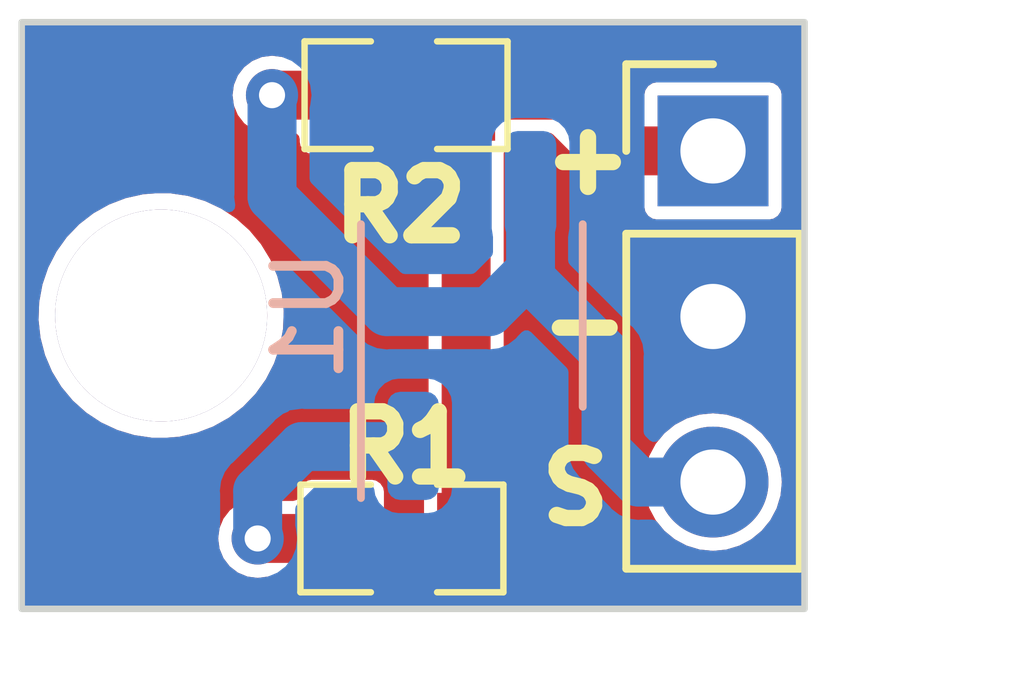
<source format=kicad_pcb>
(kicad_pcb (version 20221018) (generator pcbnew)
  (layers (0 "F.Cu" signal) (31 "B.Cu" signal) (34 "B.Paste" user) (35 "F.Paste" user) (36 "B.SilkS" user "B.Silkscreen") (37 "F.SilkS" user "F.Silkscreen") (38 "B.Mask" user) (39 "F.Mask" user) (44 "Edge.Cuts" user))
  (net 0 "")
  (net 1 "+3V3")
  (net 2 "Net-(U1-A)")
  (net 3 "/OUT")
  (net 4 "GND")
  (footprint "EESTN5-v2:R_0805" (layer "F.Cu") (at 125.052832 128.39 180)
    (fp_text reference "R1" (at -0.03175 1.4) (layer "F.SilkS") (effects (font (thickness 0.25) bold)))
    (fp_text value "100" hide)
    (fp_line (start -1.524 -0.8255) (end -0.508 -0.8255) (stroke (width 0.09906)) (layer "F.SilkS"))
    (fp_line (start -1.524 0.8255) (end -1.524 -0.8255) (stroke (width 0.09906)) (layer "F.SilkS"))
    (fp_line (start -0.508 0.8255) (end -1.524 0.8255) (stroke (width 0.09906)) (layer "F.SilkS"))
    (fp_line (start 0.508 -0.8255) (end 1.5875 -0.8255) (stroke (width 0.09906)) (layer "F.SilkS"))
    (fp_line (start 1.5875 -0.8255) (end 1.5875 0.8255) (stroke (width 0.09906)) (layer "F.SilkS"))
    (fp_line (start 1.5875 0.8255) (end 0.508 0.8255) (stroke (width 0.09906)) (layer "F.SilkS"))
    (pad "1" smd rect (at -0.9525 0 180) (size 0.889 1.397) (layers "F.Cu" "F.Paste" "F.Mask") (net 1 "+3V3"))
    (pad "2" smd rect (at 0.9525 0 180) (size 0.889 1.397) (layers "F.Cu" "F.Paste" "F.Mask") (net 2 "Net-(U1-A)"))
  )
  (footprint "EESTN5-v2:R_0805" (layer "F.Cu") (at 125.052832 121.59)
    (fp_text reference "R2" (at -0.052832 1.7) (layer "F.SilkS") (effects (font (thickness 0.25) bold)))
    (fp_text value "4k7" hide)
    (fp_line (start -1.524 -0.8255) (end -0.508 -0.8255) (stroke (width 0.09906)) (layer "F.SilkS"))
    (fp_line (start -1.524 0.8255) (end -1.524 -0.8255) (stroke (width 0.09906)) (layer "F.SilkS"))
    (fp_line (start -0.508 0.8255) (end -1.524 0.8255) (stroke (width 0.09906)) (layer "F.SilkS"))
    (fp_line (start 0.508 -0.8255) (end 1.5875 -0.8255) (stroke (width 0.09906)) (layer "F.SilkS"))
    (fp_line (start 1.5875 -0.8255) (end 1.5875 0.8255) (stroke (width 0.09906)) (layer "F.SilkS"))
    (fp_line (start 1.5875 0.8255) (end 0.508 0.8255) (stroke (width 0.09906)) (layer "F.SilkS"))
    (pad "1" smd rect (at -0.9525 0) (size 0.889 1.397) (layers "F.Cu" "F.Paste" "F.Mask") (net 3 "/OUT"))
    (pad "2" smd rect (at 0.9525 0) (size 0.889 1.397) (layers "F.Cu" "F.Paste" "F.Mask") (net 1 "+3V3"))
  )
  (footprint "Connector_PinHeader_2.54mm:PinHeader_1x03_P2.54mm_Vertical" (layer "F.Cu") (at 129.79 122.445)
    (fp_text reference "J1" hide)
    (fp_text value "qre1113_out")
    (fp_line (start -1.33 -1.33) (end 0 -1.33) (stroke (width 0.12)) (layer "F.SilkS"))
    (fp_line (start -1.33 0) (end -1.33 -1.33) (stroke (width 0.12)) (layer "F.SilkS"))
    (fp_line (start -1.33 1.27) (end -1.33 6.41) (stroke (width 0.12)) (layer "F.SilkS"))
    (fp_line (start -1.33 1.27) (end 1.33 1.27) (stroke (width 0.12)) (layer "F.SilkS"))
    (fp_line (start -1.33 6.41) (end 1.33 6.41) (stroke (width 0.12)) (layer "F.SilkS"))
    (fp_line (start 1.33 1.27) (end 1.33 6.41) (stroke (width 0.12)) (layer "F.SilkS"))
    (pad "1" thru_hole rect (at 0 0) (size 1.7 1.7) (drill 1) (layers "*.Cu" "*.Mask") (net 1 "+3V3"))
    (pad "2" thru_hole oval (at 0 2.54) (size 1.7 1.7) (drill 1) (layers "*.Cu" "*.Mask") (net 4 "GND"))
    (pad "3" thru_hole oval (at 0 5.08) (size 1.7 1.7) (drill 1) (layers "*.Cu" "*.Mask") (net 3 "/OUT"))
  )
  (footprint "EESTN5-v2:Separador_M3_5mm" (layer "F.Cu") (at 121.33 124.97 180)
    (fp_text reference "H1" hide)
    (fp_text value "HOLE" hide)
    (pad "1" thru_hole circle (at 0 0 180) (size 3.25 3.25) (drill 3.25) (layers "*.Cu" "*.Mask"))
  )
  (footprint "OptoDevice:OnSemi_CASE100CY" (layer "B.Cu") (at 126.092832 124.97)
    (fp_text reference "U1" (at -2.5 0 90) (layer "B.SilkS") (effects (justify mirror)))
    (fp_text value "QRE1113GR")
    (fp_line (start -1.7 -1.4) (end -1.7 2.8) (stroke (width 0.12)) (layer "B.SilkS"))
    (fp_line (start 1.7 -1.4) (end 1.7 1.4) (stroke (width 0.12)) (layer "B.SilkS"))
    (pad "1" smd roundrect (at -0.9 2) (size 0.79 1.66) (layers "B.Cu" "B.Paste" "B.Mask") (net 2 "Net-(U1-A)"))
    (pad "2" smd roundrect (at -0.9 -2) (size 0.79 1.66) (layers "B.Cu" "B.Paste" "B.Mask") (net 4 "GND"))
    (pad "3" smd roundrect (at 0.9 -2) (size 0.79 1.66) (layers "B.Cu" "B.Paste" "B.Mask") (net 3 "/OUT"))
    (pad "4" smd roundrect (at 0.9 2) (size 0.79 1.66) (layers "B.Cu" "B.Paste" "B.Mask") (net 4 "GND"))
  )
  (gr_rect (start 119.192832 120.47) (end 131.192832 129.47) (stroke (width 0.1)) (fill none) (layer "Edge.Cuts"))
  (gr_text "+" (at 127.09 123.1325) (layer "F.SilkS") (effects (font (size 1 1) (thickness 0.25) bold) (justify left bottom)))
  (gr_text "-" (at 127.04 125.6725) (layer "F.SilkS") (effects (font (size 1 1) (thickness 0.25) bold) (justify left bottom)))
  (gr_text "S" (at 127.04 128.2125) (layer "F.SilkS") (effects (font (size 1 1) (thickness 0.25) bold) (justify left bottom)))
  (segment (start 129.79 122.445) (end 128.405 122.445) (width 0.75) (layer "F.Cu") (net 1))
  (segment (start 128.405 122.445) (end 127.55 121.59) (width 0.75) (layer "F.Cu") (net 1))
  (segment (start 127.55 121.59) (end 126.005332 121.59) (width 0.75) (layer "F.Cu") (net 1))
  (segment (start 126.005332 128.39) (end 126.005332 121.59) (width 0.75) (layer "F.Cu") (net 1))
  (segment (start 122.81 128.39) (end 124.100332 128.39) (width 0.75) (layer "F.Cu") (net 2))
  (via (at 122.81 128.39) (size 0.8) (drill 0.4) (layers "F.Cu" "B.Cu") (net 2))
  (segment (start 122.81 128.39) (end 122.81 127.66) (width 0.75) (layer "B.Cu") (net 2))
  (segment (start 123.49 126.98) (end 125.192832 126.98) (width 0.75) (layer "B.Cu") (net 2))
  (segment (start 122.81 127.66) (end 123.49 126.98) (width 0.75) (layer "B.Cu") (net 2))
  (segment (start 124.100332 121.59) (end 123.03 121.59) (width 0.75) (layer "F.Cu") (net 3))
  (via (at 123.03 121.59) (size 0.8) (drill 0.4) (layers "F.Cu" "B.Cu") (net 3))
  (segment (start 126.36 124.91) (end 126.992832 124.277168) (width 0.75) (layer "B.Cu") (net 3))
  (segment (start 126.992832 124.277168) (end 126.992832 122.98) (width 0.75) (layer "B.Cu") (net 3))
  (segment (start 126.992832 124.402832) (end 128.15 125.56) (width 0.75) (layer "B.Cu") (net 3))
  (segment (start 128.15 125.56) (end 128.15 127.03) (width 0.75) (layer "B.Cu") (net 3))
  (segment (start 128.645 127.525) (end 129.775 127.525) (width 0.75) (layer "B.Cu") (net 3))
  (segment (start 128.15 127.03) (end 128.645 127.525) (width 0.75) (layer "B.Cu") (net 3))
  (segment (start 126.992832 124.277168) (end 126.992832 124.402832) (width 0.75) (layer "B.Cu") (net 3))
  (segment (start 124.79 124.91) (end 126.36 124.91) (width 0.75) (layer "B.Cu") (net 3))
  (segment (start 129.775 127.525) (end 129.79 127.54) (width 0.75) (layer "B.Cu") (net 3))
  (segment (start 123.03 121.59) (end 123.03 123.15) (width 0.75) (layer "B.Cu") (net 3))
  (segment (start 123.03 123.15) (end 124.79 124.91) (width 0.75) (layer "B.Cu") (net 3))
  (segment (start 126.992832 125.922832) (end 126.992832 126.98) (width 0.75) (layer "B.Cu") (net 4))
  (zone (net 4) (net_name "GND") (layers "F&B.Cu") (connect_pads yes (clearance 0.2)) (min_thickness 0.2) (fill yes (thermal_gap 0.2) (thermal_bridge_width 0.2))
    (polygon (pts (xy 118.86 120.14) (xy 131.99 120.17) (xy 131.99 130.09) (xy 118.9 130.06) (xy 118.87 120.13)))
  )
)
</source>
